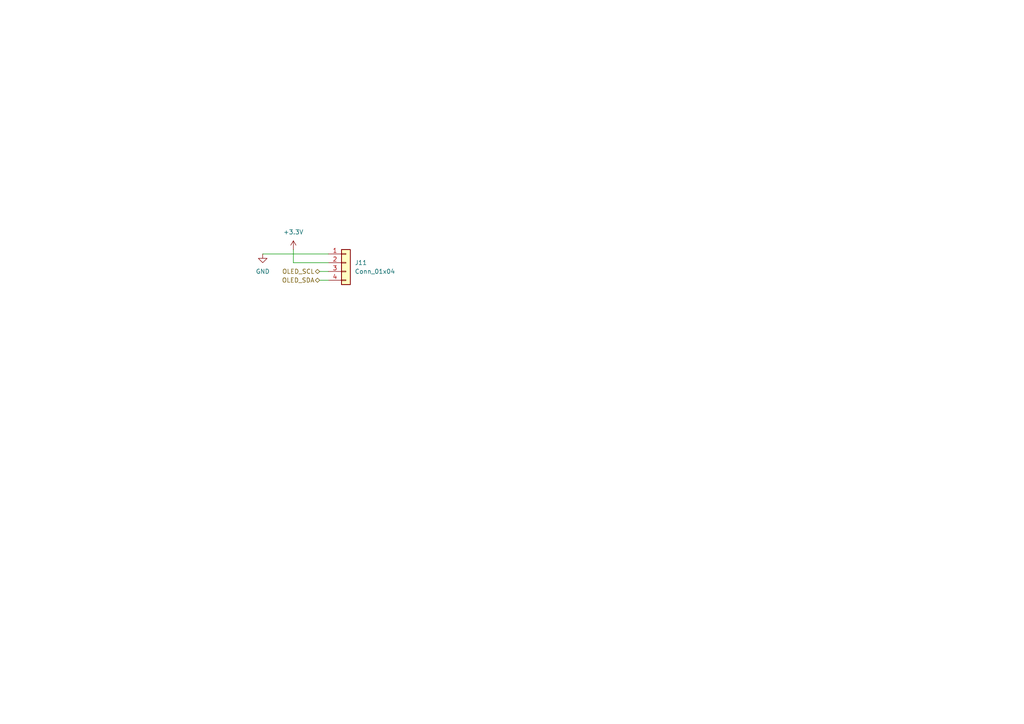
<source format=kicad_sch>
(kicad_sch (version 20250114) (generator "eeschema") (generator_version "9.0")
  (paper "A4")
  (lib_symbols
    (symbol "Connector_Generic:Conn_01x04" (pin_names (offset 1.016) (hide yes))
      (property "Reference" "J" (at 0 5.08 0))
      (property "Value" "Conn_01x04" (at 0 -7.62 0))
      (symbol "Conn_01x04_1_1"
        (rectangle (start -1.27 3.81) (end 1.27 -6.35) (stroke (width 0.254)) (fill (type background)))
        (rectangle (start -1.27 2.667) (end 0 2.413) (stroke (width 0.1524)))
        (rectangle (start -1.27 0.127) (end 0 -0.127) (stroke (width 0.1524)))
        (rectangle (start -1.27 -2.413) (end 0 -2.667) (stroke (width 0.1524)))
        (rectangle (start -1.27 -4.953) (end 0 -5.207) (stroke (width 0.1524)))
        (pin passive line (at -5.08 2.54 0) (length 3.81) (name "Pin_1") (number "1"))
        (pin passive line (at -5.08 0 0) (length 3.81) (name "Pin_2") (number "2"))
        (pin passive line (at -5.08 -2.54 0) (length 3.81) (name "Pin_3") (number "3"))
        (pin passive line (at -5.08 -5.08 0) (length 3.81) (name "Pin_4") (number "4"))
      )
    )
    (symbol "power:+3.3V" (power) (pin_numbers (hide yes)) (pin_names (offset 0) (hide yes))
      (property "Value" "+3.3V" (at 0 3.556 0))
      (symbol "+3.3V_0_1"
        (polyline (pts (xy -0.762 1.27) (xy 0 2.54)))
        (polyline (pts (xy 0 2.54) (xy 0.762 1.27)))
        (polyline (pts (xy 0 0) (xy 0 2.54)))
      )
      (symbol "+3.3V_1_1"
        (pin power_in line (at 0 0 90) (length 0) (name "~") (number "1"))
      )
    )
    (symbol "power:GND" (power) (pin_numbers (hide yes)) (pin_names (offset 0) (hide yes))
      (property "Value" "GND" (at 0 -3.81 0))
      (symbol "GND_0_1"
        (polyline (pts (xy 0 0) (xy 0 -1.27) (xy 1.27 -1.27) (xy 0 -2.54) (xy -1.27 -1.27) (xy 0 -1.27)))
      )
      (symbol "GND_1_1"
        (pin power_in line (at 0 0 270) (length 0) (name "~") (number "1"))
      )
    )
  )
  (wire (pts (xy 85.09 72.39) (xy 85.09 76.2)))
  (wire (pts (xy 85.09 76.2) (xy 95.25 76.2)))
  (wire (pts (xy 92.71 78.74) (xy 95.25 78.74)))
  (wire (pts (xy 92.71 81.28) (xy 95.25 81.28)))
  (wire (pts (xy 76.2 73.66) (xy 95.25 73.66)))
  (hierarchical_label "OLED_SCL" (shape bidirectional) (at 92.71 78.74 180))
  (hierarchical_label "OLED_SDA" (shape bidirectional) (at 92.71 81.28 180))
  (symbol (lib_id "Connector_Generic:Conn_01x04") (at 100.33 76.2 0) (unit 1)
    (property "Reference" "J11" (at 102.87 76.1999 0) (effects (justify left)))
    (property "Value" "Conn_01x04" (at 102.87 78.7399 0) (effects (justify left)))
    (property "Footprint" "Connector_PinHeader_2.54mm:PinHeader_1x04_P2.54mm_Vertical" (effects (hide yes)))
    (property "Description" "Generic connector, single row, 01x04, script generated (kicad-library-utils/schlib/autogen/connector/)" (effects (hide yes)))
  )
  (symbol (lib_id "power:+3.3V") (at 85.09 72.39 0) (unit 1)
    (property "Reference" "#PWR07" (effects (hide yes)))
    (property "Value" "+3.3V" (at 85.09 67.31 0))
    (property "Description" "Power symbol creates a global label with name \"+3.3V\"" (effects (hide yes)))
  )
  (symbol (lib_id "power:GND") (at 76.2 73.66 0) (unit 1)
    (property "Reference" "#PWR05" (effects (hide yes)))
    (property "Value" "GND" (at 76.2 78.74 0))
    (property "Description" "Power symbol creates a global label with name \"GND\" , ground" (effects (hide yes)))
  )
)
</source>
